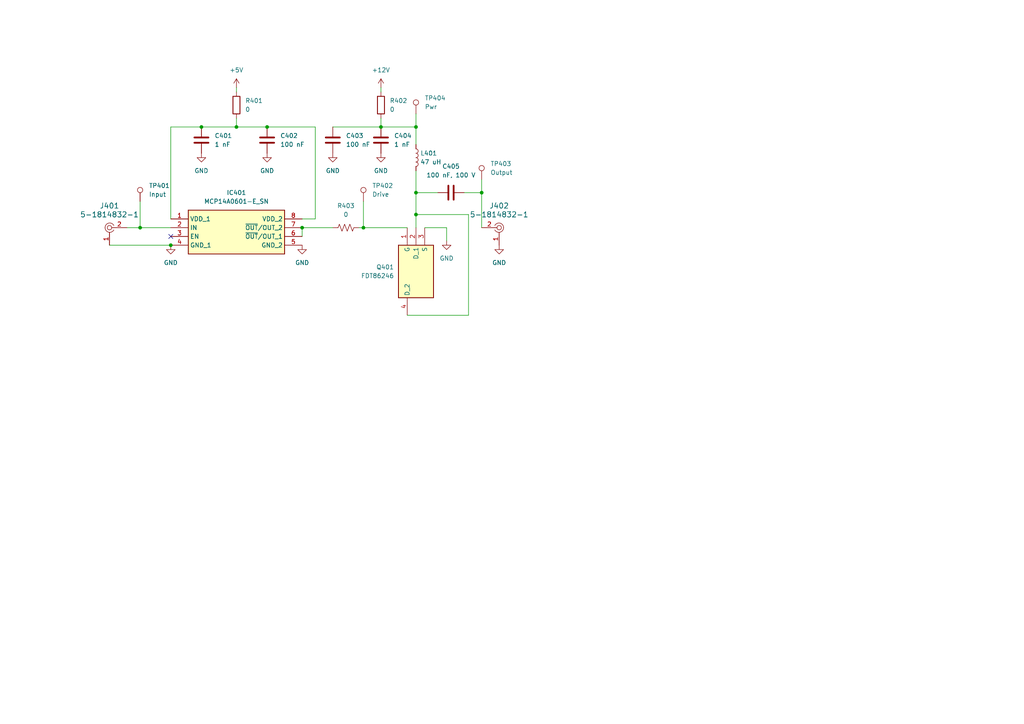
<source format=kicad_sch>
(kicad_sch (version 20230121) (generator eeschema)
  (paper "A4")
  (lib_symbols
    (symbol "Connector:TestPoint" (pin_numbers hide) (pin_names (offset 0.762) hide)
      (property "Reference" "TP" (at 0 6.858 0))
      (property "Value" "TestPoint" (at 0 5.08 0))
      (symbol "TestPoint_0_1"
        (circle (center 0 3.302) (radius 0.762))
      )
      (symbol "TestPoint_1_1"
        (pin passive line (at 0 0 90) (length 2.54) (name "1") (number "1"))
      )
    )
    (symbol "Device:C" (pin_numbers hide) (pin_names (offset 0.254))
      (property "Reference" "C" (at 0.635 2.54 0))
      (property "Value" "C" (at 0.635 -2.54 0))
      (symbol "C_0_1"
        (polyline (pts (xy -2.032 -0.762) (xy 2.032 -0.762)) (stroke (width 0.508)))
        (polyline (pts (xy -2.032 0.762) (xy 2.032 0.762)) (stroke (width 0.508)))
      )
      (symbol "C_1_1"
        (pin passive line (at 0 3.81 270) (length 2.794) (name "~") (number "1"))
        (pin passive line (at 0 -3.81 90) (length 2.794) (name "~") (number "2"))
      )
    )
    (symbol "Device:L" (pin_numbers hide) (pin_names (offset 1.016) hide)
      (property "Reference" "L" (at -1.27 0 90))
      (property "Value" "L" (at 1.905 0 90))
      (symbol "L_0_1"
        (arc (start 0 -2.54) (mid 0.6323 -1.905) (end 0 -1.27))
        (arc (start 0 -1.27) (mid 0.6323 -0.635) (end 0 0))
        (arc (start 0 0) (mid 0.6323 0.635) (end 0 1.27))
        (arc (start 0 1.27) (mid 0.6323 1.905) (end 0 2.54))
      )
      (symbol "L_1_1"
        (pin passive line (at 0 3.81 270) (length 1.27) (name "1") (number "1"))
        (pin passive line (at 0 -3.81 90) (length 1.27) (name "2") (number "2"))
      )
    )
    (symbol "Device:R" (pin_numbers hide) (pin_names (offset 0))
      (property "Reference" "R" (at 2.032 0 90))
      (property "Value" "R" (at 0 0 90))
      (symbol "R_0_1"
        (rectangle (start -1.016 -2.54) (end 1.016 2.54) (stroke (width 0.254)))
      )
      (symbol "R_1_1"
        (pin passive line (at 0 3.81 270) (length 1.27) (name "~") (number "1"))
        (pin passive line (at 0 -3.81 90) (length 1.27) (name "~") (number "2"))
      )
    )
    (symbol "Device:R_US" (pin_numbers hide) (pin_names (offset 0))
      (property "Reference" "R" (at 2.54 0 90))
      (property "Value" "R_US" (at -2.54 0 90))
      (symbol "R_US_0_1"
        (polyline (pts (xy 0 -2.286) (xy 0 -2.54)))
        (polyline (pts (xy 0 2.286) (xy 0 2.54)))
        (polyline (pts (xy 0 -0.762) (xy 1.016 -1.143) (xy 0 -1.524) (xy -1.016 -1.905) (xy 0 -2.286)))
        (polyline (pts (xy 0 0.762) (xy 1.016 0.381) (xy 0 0) (xy -1.016 -0.381) (xy 0 -0.762)))
        (polyline (pts (xy 0 2.286) (xy 1.016 1.905) (xy 0 1.524) (xy -1.016 1.143) (xy 0 0.762)))
      )
      (symbol "R_US_1_1"
        (pin passive line (at 0 3.81 270) (length 1.27) (name "~") (number "1"))
        (pin passive line (at 0 -3.81 90) (length 1.27) (name "~") (number "2"))
      )
    )
    (symbol "FDT86246:FDT86246"
      (property "Reference" "IC" (at 21.59 7.62 0))
      (property "Value" "FDT86246" (at 21.59 5.08 0))
      (symbol "FDT86246_1_1"
        (rectangle (start 5.08 2.54) (end 20.32 -7.62) (stroke (width 0.254)) (fill (type background)))
        (pin passive line (at 0 0 0) (length 5.08) (name "G") (number "1"))
        (pin passive line (at 0 -2.54 0) (length 5.08) (name "D_1") (number "2"))
        (pin passive line (at 0 -5.08 0) (length 5.08) (name "S") (number "3"))
        (pin passive line (at 25.4 0 180) (length 5.08) (name "D_2") (number "4"))
      )
    )
    (symbol "MCP14A0601-E_SN:MCP14A0601-E_SN"
      (property "Reference" "IC" (at 34.29 7.62 0))
      (property "Value" "MCP14A0601-E_SN" (at 34.29 5.08 0))
      (symbol "MCP14A0601-E_SN_1_1"
        (rectangle (start 5.08 2.54) (end 33.02 -10.16) (stroke (width 0.254)) (fill (type background)))
        (pin passive line (at 0 0 0) (length 5.08) (name "VDD_1") (number "1"))
        (pin passive line (at 0 -2.54 0) (length 5.08) (name "IN") (number "2"))
        (pin passive line (at 0 -5.08 0) (length 5.08) (name "EN") (number "3"))
        (pin passive line (at 0 -7.62 0) (length 5.08) (name "GND_1") (number "4"))
        (pin passive line (at 38.1 -7.62 180) (length 5.08) (name "GND_2") (number "5"))
        (pin passive line (at 38.1 -5.08 180) (length 5.08) (name "~{OUT}/OUT_1") (number "6"))
        (pin passive line (at 38.1 -2.54 180) (length 5.08) (name "~{OUT}/OUT_2") (number "7"))
        (pin passive line (at 38.1 0 180) (length 5.08) (name "VDD_2") (number "8"))
      )
    )
    (symbol "dk_Coaxial-Connectors-RF:5-1814832-1" (pin_names (offset 1.016))
      (property "Reference" "J" (at -2.54 1.27 0))
      (property "Value" "5-1814832-1" (at 1.27 -2.54 0))
      (symbol "5-1814832-1_0_1"
        (arc (start -1.27 0) (mid -0.2651 -1.3081) (end 1.27 -0.635))
        (circle (center 0 0) (radius 0.635))
        (arc (start 1.27 0.635) (mid -0.2496 1.3256) (end -1.27 0))
      )
      (symbol "5-1814832-1_1_1"
        (pin passive line (at 0 -5.08 90) (length 3.683) (name "~") (number "1"))
        (pin passive line (at 5.08 0 180) (length 4.445) (name "~") (number "2"))
      )
    )
    (symbol "power:+12V" (power) (pin_names (offset 0))
      (property "Value" "+12V" (at 0 3.556 0))
      (symbol "+12V_0_1"
        (polyline (pts (xy -0.762 1.27) (xy 0 2.54)))
        (polyline (pts (xy 0 0) (xy 0 2.54)))
        (polyline (pts (xy 0 2.54) (xy 0.762 1.27)))
      )
      (symbol "+12V_1_1"
        (pin power_in line (at 0 0 90) (length 0) hide (name "+12V") (number "1"))
      )
    )
    (symbol "power:+5V" (power) (pin_names (offset 0))
      (property "Value" "+5V" (at 0 3.556 0))
      (symbol "+5V_0_1"
        (polyline (pts (xy -0.762 1.27) (xy 0 2.54)))
        (polyline (pts (xy 0 0) (xy 0 2.54)))
        (polyline (pts (xy 0 2.54) (xy 0.762 1.27)))
      )
      (symbol "+5V_1_1"
        (pin power_in line (at 0 0 90) (length 0) hide (name "+5V") (number "1"))
      )
    )
    (symbol "power:GND" (power) (pin_names (offset 0))
      (property "Value" "GND" (at 0 -3.81 0))
      (symbol "GND_0_1"
        (polyline (pts (xy 0 0) (xy 0 -1.27) (xy 1.27 -1.27) (xy 0 -2.54) (xy -1.27 -1.27) (xy 0 -1.27)))
      )
      (symbol "GND_1_1"
        (pin power_in line (at 0 0 270) (length 0) hide (name "GND") (number "1"))
      )
    )
  )
  (junction (at 105.41 66.04))
  (junction (at 77.47 36.83))
  (junction (at 87.63 66.04))
  (junction (at 58.42 36.83))
  (junction (at 139.7 55.88))
  (junction (at 49.53 71.12))
  (junction (at 120.65 55.88))
  (junction (at 110.49 36.83))
  (junction (at 40.64 66.04))
  (junction (at 120.65 62.23))
  (junction (at 120.65 36.83))
  (junction (at 68.58 36.83))
  (no_connect (at 49.53 68.58))
  (wire (pts (xy 110.49 34.29) (xy 110.49 36.83)))
  (wire (pts (xy 96.52 36.83) (xy 110.49 36.83)))
  (wire (pts (xy 40.64 58.42) (xy 40.64 66.04)))
  (wire (pts (xy 120.65 49.53) (xy 120.65 55.88)))
  (wire (pts (xy 58.42 36.83) (xy 68.58 36.83)))
  (wire (pts (xy 31.75 71.12) (xy 49.53 71.12)))
  (wire (pts (xy 96.52 66.04) (xy 87.63 66.04)))
  (wire (pts (xy 120.65 55.88) (xy 120.65 62.23)))
  (wire (pts (xy 139.7 55.88) (xy 139.7 66.04)))
  (wire (pts (xy 68.58 34.29) (xy 68.58 36.83)))
  (wire (pts (xy 139.7 52.07) (xy 139.7 55.88)))
  (wire (pts (xy 110.49 36.83) (xy 120.65 36.83)))
  (wire (pts (xy 77.47 36.83) (xy 91.44 36.83)))
  (wire (pts (xy 68.58 36.83) (xy 77.47 36.83)))
  (wire (pts (xy 105.41 66.04) (xy 118.11 66.04)))
  (wire (pts (xy 91.44 63.5) (xy 91.44 36.83)))
  (wire (pts (xy 40.64 66.04) (xy 49.53 66.04)))
  (wire (pts (xy 134.62 55.88) (xy 139.7 55.88)))
  (wire (pts (xy 49.53 36.83) (xy 58.42 36.83)))
  (wire (pts (xy 87.63 66.04) (xy 87.63 68.58)))
  (wire (pts (xy 120.65 55.88) (xy 127 55.88)))
  (wire (pts (xy 91.44 63.5) (xy 87.63 63.5)))
  (wire (pts (xy 135.89 91.44) (xy 135.89 62.23)))
  (wire (pts (xy 105.41 66.04) (xy 104.14 66.04)))
  (wire (pts (xy 36.83 66.04) (xy 40.64 66.04)))
  (wire (pts (xy 120.65 33.02) (xy 120.65 36.83)))
  (wire (pts (xy 118.11 91.44) (xy 135.89 91.44)))
  (wire (pts (xy 135.89 62.23) (xy 120.65 62.23)))
  (wire (pts (xy 120.65 36.83) (xy 120.65 41.91)))
  (wire (pts (xy 120.65 62.23) (xy 120.65 66.04)))
  (wire (pts (xy 110.49 25.4) (xy 110.49 26.67)))
  (wire (pts (xy 129.54 69.85) (xy 129.54 66.04)))
  (wire (pts (xy 68.58 26.67) (xy 68.58 25.4)))
  (wire (pts (xy 105.41 58.42) (xy 105.41 66.04)))
  (wire (pts (xy 49.53 36.83) (xy 49.53 63.5)))
  (wire (pts (xy 129.54 66.04) (xy 123.19 66.04)))
  (symbol (lib_id "power:GND") (at 87.63 71.12 0) (unit 1)
    (property "Reference" "#PWR016" (effects hide))
    (property "Value" "GND" (at 87.63 76.2 0))
    (instances (project "RFPowerAmp" (path "" (reference "#PWR016") (unit 1))) (project "Breadboard" (path "" (reference "#PWR04") (unit 1))))
  )
  (symbol (lib_id "Device:C") (at 58.42 40.64 0) (unit 1)
    (property "Reference" "C401" (at 62.23 39.37 0) (effects (justify left)))
    (property "Value" "1 nF" (at 62.23 41.91 0) (effects (justify left)))
    (property "Footprint" "Capacitor_SMD:C_0805_2012Metric" (effects hide))
    (property "PartNo" "C0805C102K5RAC7800" (effects hide))
    (instances (project "RFPowerAmp" (path "" (reference "C401") (unit 1))) (project "Breadboard" (path "" (reference "C3") (unit 1))))
  )
  (symbol (lib_id "Device:C") (at 77.47 40.64 0) (unit 1)
    (property "Reference" "C402" (at 81.28 39.37 0) (effects (justify left)))
    (property "Value" "100 nF" (at 81.28 41.91 0) (effects (justify left)))
    (property "Footprint" "Capacitor_SMD:C_0805_2012Metric" (effects hide))
    (property "PartNo" "C0805C104K1RAC7800" (effects hide))
    (instances (project "RFPowerAmp" (path "" (reference "C402") (unit 1))) (project "Breadboard" (path "" (reference "C4") (unit 1))))
  )
  (symbol (lib_id "Device:L") (at 120.65 45.72 0) (unit 1)
    (property "Reference" "L401" (at 121.92 44.45 0) (effects (justify left)))
    (property "Value" "47 uH" (at 121.92 46.99 0) (effects (justify left)))
    (property "Footprint" "Inductor_THT:L_Toroid_Horizontal_D9.5mm_P15.00mm_Diameter10-5mm_Amidon-T37" (effects hide))
    (property "Notes" "12T on FT37-43" (effects hide))
    (instances (project "RFPowerAmp" (path "" (reference "L401") (unit 1))) (project "Breadboard" (path "" (reference "L1") (unit 1))))
  )
  (symbol (lib_id "power:GND") (at 49.53 71.12 0) (unit 1)
    (property "Reference" "#PWR013" (effects hide))
    (property "Value" "GND" (at 49.53 76.2 0))
    (instances (project "RFPowerAmp" (path "" (reference "#PWR013") (unit 1))) (project "Breadboard" (path "" (reference "#PWR03") (unit 1))))
  )
  (symbol (lib_id "Device:C") (at 130.81 55.88 90) (unit 1)
    (property "Reference" "C405" (at 130.81 48.26 90))
    (property "Value" "100 nF, 100 V" (at 130.81 50.8 90))
    (property "Footprint" "Capacitor_SMD:C_0805_2012Metric" (effects hide))
    (property "PartNo" "C0805C104K1RAC7800" (effects hide))
    (instances (project "RFPowerAmp" (path "" (reference "C405") (unit 1))) (project "Breadboard" (path "" (reference "C7") (unit 1))))
  )
  (symbol (lib_id "power:+5V") (at 68.58 25.4 0) (unit 1)
    (property "Reference" "#PWR012" (effects hide))
    (property "Value" "+5V" (at 68.58 20.32 0))
  )
  (symbol (lib_id "power:GND") (at 58.42 44.45 0) (unit 1)
    (property "Reference" "#PWR014" (effects hide))
    (property "Value" "GND" (at 58.42 49.53 0))
    (instances (project "RFPowerAmp" (path "" (reference "#PWR014") (unit 1))) (project "Breadboard" (path "" (reference "#PWR06") (unit 1))))
  )
  (symbol (lib_id "FDT86246:FDT86246") (at 118.11 66.04 90) (mirror x) (unit 1)
    (property "Reference" "Q401" (at 114.3 77.47 90) (effects (justify left)))
    (property "Value" "FDT86246" (at 114.3 80.01 90) (effects (justify left)))
    (property "Footprint" "SOT230P700X180-4N" (effects hide))
    (property "Datasheet" "https://datasheet.datasheetarchive.com/originals/distributors/Datasheets_SAMA/ff438a07c8e40a4f368e3a01a6c11b0e.pdf" (effects hide))
    (property "Height" "1.8" (effects hide))
    (property "Manufacturer_Name" "onsemi" (effects hide))
    (property "Manufacturer_Part_Number" "FDT86246" (effects hide))
    (property "Mouser Part Number" "512-FDT86246" (effects hide))
    (property "Mouser Price/Stock" "https://www.mouser.co.uk/ProductDetail/ON-Semiconductor-Fairchild/FDT86246?qs=dIxESgyDOrilPjmdr96wRQ%3D%3D" (effects hide))
    (property "Arrow Part Number" "FDT86246" (effects hide))
    (property "Arrow Price/Stock" "https://www.arrow.com/en/products/fdt86246/on-semiconductor?region=nac" (effects hide))
  )
  (symbol (lib_id "dk_Coaxial-Connectors-RF:5-1814832-1") (at 144.78 66.04 0) (mirror y) (unit 1)
    (property "Reference" "J402" (at 144.7801 59.69 0) (effects (font (size 1.524 1.524))))
    (property "Value" "5-1814832-1" (at 144.7801 62.23 0) (effects (font (size 1.524 1.524))))
    (property "Footprint" "digikey-footprints:RF_SMA_Vertical_5-1814832-1" (effects hide))
    (property "Datasheet" "https://www.te.com/commerce/DocumentDelivery/DDEController?Action=srchrtrv&DocNm=1814832&DocType=Customer+Drawing&DocLang=English" (effects hide))
    (property "Digi-Key_PN" "A97594-ND" (effects hide))
    (property "MPN" "5-1814832-1" (effects hide))
    (property "Category" "Connectors, Interconnects" (effects hide))
    (property "Family" "Coaxial Connectors (RF)" (effects hide))
    (property "DK_Datasheet_Link" "https://www.te.com/commerce/DocumentDelivery/DDEController?Action=srchrtrv&DocNm=1814832&DocType=Customer+Drawing&DocLang=English" (effects hide))
    (property "DK_Detail_Page" "/product-detail/en/te-connectivity-amp-connectors/5-1814832-1/A97594-ND/1755982" (effects hide))
    (property "Description" "CONN SMA JACK STR 50 OHM PCB" (effects hide))
    (property "Manufacturer" "TE Connectivity AMP Connectors" (effects hide))
    (property "Status" "Active" (effects hide))
  )
  (symbol (lib_id "Device:C") (at 96.52 40.64 0) (unit 1)
    (property "Reference" "C403" (at 100.33 39.37 0) (effects (justify left)))
    (property "Value" "100 nF" (at 100.33 41.91 0) (effects (justify left)))
    (property "Footprint" "Capacitor_SMD:C_0805_2012Metric" (effects hide))
    (property "PartNo" "C0805C104K1RAC7800" (effects hide))
    (instances (project "RFPowerAmp" (path "" (reference "C403") (unit 1))) (project "Breadboard" (path "" (reference "C5") (unit 1))))
  )
  (symbol (lib_id "power:GND") (at 144.78 71.12 0) (unit 1)
    (property "Reference" "#PWR020" (effects hide))
    (property "Value" "GND" (at 144.78 76.2 0))
    (instances (project "RFPowerAmp" (path "" (reference "#PWR020") (unit 1))) (project "Breadboard" (path "" (reference "#PWR010") (unit 1))))
  )
  (symbol (lib_id "Connector:TestPoint") (at 40.64 58.42 0) (unit 1)
    (property "Reference" "TP401" (at 43.18 53.848 0) (effects (justify left)))
    (property "Value" "Input" (at 43.18 56.388 0) (effects (justify left)))
    (property "Footprint" "TestPoint:TestPoint_THTPad_D3.0mm_Drill1.5mm" (effects hide))
    (instances (project "RFPowerAmp" (path "" (reference "TP401") (unit 1))) (project "Breadboard" (path "" (reference "TP1") (unit 1))))
  )
  (symbol (lib_id "power:GND") (at 129.54 69.85 0) (unit 1)
    (property "Reference" "#PWR019" (effects hide))
    (property "Value" "GND" (at 129.54 74.93 0))
  )
  (symbol (lib_id "power:+12V") (at 110.49 25.4 0) (unit 1)
    (property "Reference" "#PWR023" (effects hide))
    (property "Value" "+12V" (at 110.49 20.32 0))
  )
  (symbol (lib_id "Connector:TestPoint") (at 105.41 58.42 0) (unit 1)
    (property "Reference" "TP402" (at 107.95 53.848 0) (effects (justify left)))
    (property "Value" "Drive" (at 107.95 56.388 0) (effects (justify left)))
    (property "Footprint" "TestPoint:TestPoint_THTPad_D3.0mm_Drill1.5mm" (effects hide))
    (instances (project "RFPowerAmp" (path "" (reference "TP402") (unit 1))) (project "Breadboard" (path "" (reference "TP2") (unit 1))))
  )
  (symbol (lib_id "Device:R_US") (at 100.33 66.04 270) (unit 1)
    (property "Reference" "R403" (at 100.33 59.69 90))
    (property "Value" "0" (at 100.33 62.23 90))
    (property "Footprint" "Resistor_SMD:R_0805_2012Metric" (effects hide))
    (instances (project "RFPowerAmp" (path "" (reference "R403") (unit 1))) (project "Breadboard" (path "" (reference "R1") (unit 1))))
  )
  (symbol (lib_id "Device:R") (at 68.58 30.48 0) (unit 1)
    (property "Reference" "R401" (at 71.12 29.21 0) (effects (justify left)))
    (property "Value" "0" (at 71.12 31.75 0) (effects (justify left)))
    (property "Footprint" "Resistor_THT:R_Axial_DIN0309_L9.0mm_D3.2mm_P12.70mm_Horizontal" (effects hide))
  )
  (symbol (lib_id "power:GND") (at 77.47 44.45 0) (unit 1)
    (property "Reference" "#PWR015" (effects hide))
    (property "Value" "GND" (at 77.47 49.53 0))
    (instances (project "RFPowerAmp" (path "" (reference "#PWR015") (unit 1))) (project "Breadboard" (path "" (reference "#PWR09") (unit 1))))
  )
  (symbol (lib_id "Connector:TestPoint") (at 139.7 52.07 0) (unit 1)
    (property "Reference" "TP403" (at 142.24 47.498 0) (effects (justify left)))
    (property "Value" "Output" (at 142.24 50.038 0) (effects (justify left)))
    (property "Footprint" "TestPoint:TestPoint_THTPad_D3.0mm_Drill1.5mm" (effects hide))
    (instances (project "RFPowerAmp" (path "" (reference "TP403") (unit 1))) (project "Breadboard" (path "" (reference "TP3") (unit 1))))
  )
  (symbol (lib_id "MCP14A0601-E_SN:MCP14A0601-E_SN") (at 49.53 63.5 0) (unit 1)
    (property "Reference" "IC401" (at 68.58 55.88 0))
    (property "Value" "MCP14A0601-E_SN" (at 68.58 58.42 0))
    (property "Footprint" "SOIC127P600X175-8N" (effects hide))
    (property "Datasheet" "https://www.arrow.com/en/products/mcp14a0601-esn/microchip-technology" (effects hide))
    (property "Height" "1.75" (effects hide))
    (property "Mouser Part Number" "579-MCP14A0601-E/SN" (effects hide))
    (property "Mouser Price/Stock" "https://www.mouser.co.uk/ProductDetail/Microchip-Technology/MCP14A0601-E-SN?qs=IP4CA2YhK0AgOYVk%252Bovogw%3D%3D" (effects hide))
    (property "Manufacturer_Name" "Microchip" (effects hide))
    (property "Manufacturer_Part_Number" "MCP14A0601-E/SN" (effects hide))
    (instances (project "RFPowerAmp" (path "" (reference "IC401") (unit 1))) (project "Breadboard" (path "" (reference "IC1") (unit 1))))
  )
  (symbol (lib_id "power:GND") (at 110.49 44.45 0) (unit 1)
    (property "Reference" "#PWR018" (effects hide))
    (property "Value" "GND" (at 110.49 49.53 0))
    (instances (project "RFPowerAmp" (path "" (reference "#PWR018") (unit 1))) (project "Breadboard" (path "" (reference "#PWR05") (unit 1))))
  )
  (symbol (lib_id "Connector:TestPoint") (at 120.65 33.02 0) (unit 1)
    (property "Reference" "TP404" (at 123.19 28.448 0) (effects (justify left)))
    (property "Value" "Pwr" (at 123.19 30.988 0) (effects (justify left)))
    (property "Footprint" "TestPoint:TestPoint_THTPad_D3.0mm_Drill1.5mm" (effects hide))
    (instances (project "RFPowerAmp" (path "" (reference "TP404") (unit 1))) (project "Breadboard" (path "" (reference "TP4") (unit 1))))
  )
  (symbol (lib_id "dk_Coaxial-Connectors-RF:5-1814832-1") (at 31.75 66.04 0) (unit 1)
    (property "Reference" "J401" (at 31.7499 59.69 0) (effects (font (size 1.524 1.524))))
    (property "Value" "5-1814832-1" (at 31.7499 62.23 0) (effects (font (size 1.524 1.524))))
    (property "Footprint" "digikey-footprints:RF_SMA_Vertical_5-1814832-1" (effects hide))
    (property "Datasheet" "https://www.te.com/commerce/DocumentDelivery/DDEController?Action=srchrtrv&DocNm=1814832&DocType=Customer+Drawing&DocLang=English" (effects hide))
    (property "Digi-Key_PN" "A97594-ND" (effects hide))
    (property "MPN" "5-1814832-1" (effects hide))
    (property "Category" "Connectors, Interconnects" (effects hide))
    (property "Family" "Coaxial Connectors (RF)" (effects hide))
    (property "DK_Datasheet_Link" "https://www.te.com/commerce/DocumentDelivery/DDEController?Action=srchrtrv&DocNm=1814832&DocType=Customer+Drawing&DocLang=English" (effects hide))
    (property "DK_Detail_Page" "/product-detail/en/te-connectivity-amp-connectors/5-1814832-1/A97594-ND/1755982" (effects hide))
    (property "Description" "CONN SMA JACK STR 50 OHM PCB" (effects hide))
    (property "Manufacturer" "TE Connectivity AMP Connectors" (effects hide))
    (property "Status" "Active" (effects hide))
  )
  (symbol (lib_id "Device:C") (at 110.49 40.64 0) (unit 1)
    (property "Reference" "C404" (at 114.3 39.37 0) (effects (justify left)))
    (property "Value" "1 nF" (at 114.3 41.91 0) (effects (justify left)))
    (property "Footprint" "Capacitor_SMD:C_0805_2012Metric" (effects hide))
    (property "PartNo" "C0805C102K5RAC7800" (effects hide))
    (instances (project "RFPowerAmp" (path "" (reference "C404") (unit 1))) (project "Breadboard" (path "" (reference "C6") (unit 1))))
  )
  (symbol (lib_id "power:GND") (at 96.52 44.45 0) (unit 1)
    (property "Reference" "#PWR017" (effects hide))
    (property "Value" "GND" (at 96.52 49.53 0))
    (instances (project "RFPowerAmp" (path "" (reference "#PWR017") (unit 1))) (project "Breadboard" (path "" (reference "#PWR08") (unit 1))))
  )
  (symbol (lib_id "Device:R") (at 110.49 30.48 0) (unit 1)
    (property "Reference" "R402" (at 113.03 29.21 0) (effects (justify left)))
    (property "Value" "0" (at 113.03 31.75 0) (effects (justify left)))
    (property "Footprint" "Resistor_THT:R_Axial_DIN0309_L9.0mm_D3.2mm_P12.70mm_Horizontal" (effects hide))
  )
)
</source>
